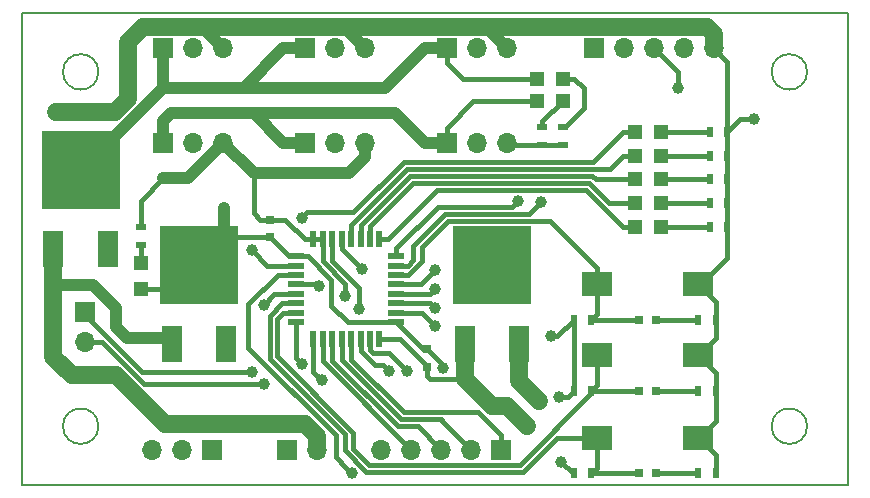
<source format=gbr>
G04 #@! TF.FileFunction,Copper,L1,Top,Signal*
%FSLAX46Y46*%
G04 Gerber Fmt 4.6, Leading zero omitted, Abs format (unit mm)*
G04 Created by KiCad (PCBNEW 4.0.7) date 04/04/19 13:25:53*
%MOMM*%
%LPD*%
G01*
G04 APERTURE LIST*
%ADD10C,0.100000*%
%ADD11C,0.150000*%
%ADD12R,0.800000X0.750000*%
%ADD13R,0.750000X0.800000*%
%ADD14R,1.200000X1.200000*%
%ADD15R,1.475000X0.600000*%
%ADD16R,0.600000X1.475000*%
%ADD17R,1.700000X1.700000*%
%ADD18O,1.700000X1.700000*%
%ADD19R,0.500000X0.900000*%
%ADD20R,2.500000X2.000000*%
%ADD21R,1.651000X3.048000*%
%ADD22R,6.700520X6.700520*%
%ADD23R,0.900000X0.500000*%
%ADD24C,1.000000*%
%ADD25C,0.400000*%
%ADD26C,1.000000*%
%ADD27C,1.500000*%
G04 APERTURE END LIST*
D10*
D11*
X-3500000Y-5000000D02*
G75*
G03X-3500000Y-5000000I-1500000J0D01*
G01*
X-3500000Y-35000000D02*
G75*
G03X-3500000Y-35000000I-1500000J0D01*
G01*
X-63500000Y-35000000D02*
G75*
G03X-63500000Y-35000000I-1500000J0D01*
G01*
X-63500000Y-5000000D02*
G75*
G03X-63500000Y-5000000I-1500000J0D01*
G01*
X-70000000Y-40000000D02*
X-70000000Y0D01*
X0Y-40000000D02*
X-70000000Y-40000000D01*
X0Y0D02*
X0Y-40000000D01*
X-70000000Y0D02*
X0Y0D01*
D12*
X-17750000Y-26000000D03*
X-16250000Y-26000000D03*
X-17750000Y-39000000D03*
X-16250000Y-39000000D03*
X-17750000Y-32000000D03*
X-16250000Y-32000000D03*
D13*
X-49000000Y-17500000D03*
X-49000000Y-19000000D03*
X-35700000Y-28450000D03*
X-35700000Y-29950000D03*
D14*
X-18100000Y-18100000D03*
X-15900000Y-18100000D03*
X-18100000Y-16100000D03*
X-15900000Y-16100000D03*
X-18100000Y-14100000D03*
X-15900000Y-14100000D03*
X-18100000Y-12100000D03*
X-15900000Y-12100000D03*
X-18100000Y-10100000D03*
X-15900000Y-10100000D03*
D15*
X-46738000Y-20600000D03*
X-46738000Y-21400000D03*
X-46738000Y-22200000D03*
X-46738000Y-23000000D03*
X-46738000Y-23800000D03*
X-46738000Y-24600000D03*
X-46738000Y-25400000D03*
X-46738000Y-26200000D03*
D16*
X-45300000Y-27638000D03*
X-44500000Y-27638000D03*
X-43700000Y-27638000D03*
X-42900000Y-27638000D03*
X-42100000Y-27638000D03*
X-41300000Y-27638000D03*
X-40500000Y-27638000D03*
X-39700000Y-27638000D03*
D15*
X-38262000Y-26200000D03*
X-38262000Y-25400000D03*
X-38262000Y-24600000D03*
X-38262000Y-23800000D03*
X-38262000Y-23000000D03*
X-38262000Y-22200000D03*
X-38262000Y-21400000D03*
X-38262000Y-20600000D03*
D16*
X-39700000Y-19162000D03*
X-40500000Y-19162000D03*
X-41300000Y-19162000D03*
X-42100000Y-19162000D03*
X-42900000Y-19162000D03*
X-43700000Y-19162000D03*
X-44500000Y-19162000D03*
X-45300000Y-19162000D03*
D17*
X-34000000Y-11000000D03*
D18*
X-31460000Y-11000000D03*
X-28920000Y-11000000D03*
D17*
X-46000000Y-11000000D03*
D18*
X-43460000Y-11000000D03*
X-40920000Y-11000000D03*
D17*
X-34000000Y-3000000D03*
D18*
X-31460000Y-3000000D03*
X-28920000Y-3000000D03*
D17*
X-58000000Y-11000000D03*
D18*
X-55460000Y-11000000D03*
X-52920000Y-11000000D03*
D17*
X-58000000Y-3000000D03*
D18*
X-55460000Y-3000000D03*
X-52920000Y-3000000D03*
D17*
X-46000000Y-3000000D03*
D18*
X-43460000Y-3000000D03*
X-40920000Y-3000000D03*
D17*
X-21540000Y-3000000D03*
D18*
X-19000000Y-3000000D03*
X-16460000Y-3000000D03*
X-13920000Y-3000000D03*
X-11380000Y-3000000D03*
D17*
X-29380000Y-37000000D03*
D18*
X-31920000Y-37000000D03*
X-34460000Y-37000000D03*
X-37000000Y-37000000D03*
X-39540000Y-37000000D03*
D17*
X-64600000Y-25360000D03*
D18*
X-64600000Y-27900000D03*
D19*
X-23250000Y-26000000D03*
X-21750000Y-26000000D03*
X-23250000Y-39000000D03*
X-21750000Y-39000000D03*
X-23250000Y-32000000D03*
X-21750000Y-32000000D03*
X-11250000Y-26000000D03*
X-12750000Y-26000000D03*
X-11250000Y-39000000D03*
X-12750000Y-39000000D03*
X-11250000Y-32000000D03*
X-12750000Y-32000000D03*
X-10250000Y-18100000D03*
X-11750000Y-18100000D03*
X-10250000Y-16100000D03*
X-11750000Y-16100000D03*
X-10250000Y-14100000D03*
X-11750000Y-14100000D03*
X-10250000Y-12100000D03*
X-11750000Y-12100000D03*
X-10250000Y-10100000D03*
X-11750000Y-10100000D03*
D20*
X-12720000Y-23000000D03*
X-21280000Y-23000000D03*
X-12720000Y-36000000D03*
X-21280000Y-36000000D03*
X-12720000Y-29000000D03*
X-21280000Y-29000000D03*
D17*
X-53920000Y-37000000D03*
D18*
X-56460000Y-37000000D03*
X-59000000Y-37000000D03*
D21*
X-67301240Y-20000000D03*
D22*
X-65000000Y-13350280D03*
D21*
X-62698760Y-20000000D03*
X-57301240Y-28000000D03*
D22*
X-55000000Y-21350280D03*
D21*
X-52698760Y-28000000D03*
X-32500000Y-28000000D03*
D22*
X-30198760Y-21350280D03*
D21*
X-27897520Y-28000000D03*
D17*
X-47540000Y-37000000D03*
D18*
X-45000000Y-37000000D03*
D14*
X-26400000Y-5600000D03*
X-24200000Y-5600000D03*
X-26400000Y-7500000D03*
X-24200000Y-7500000D03*
X-59900000Y-23400000D03*
X-59900000Y-21200000D03*
D23*
X-24200000Y-11150000D03*
X-24200000Y-9650000D03*
X-25900000Y-11200000D03*
X-25900000Y-9700000D03*
X-59900000Y-18150000D03*
X-59900000Y-19650000D03*
D24*
X-8000000Y-9000000D03*
X-67150000Y-19500000D03*
X-32150000Y-27500000D03*
X-62000000Y-26600000D03*
X-27200000Y-35000000D03*
X-42600000Y-24000000D03*
X-67100000Y-8400000D03*
X-58000000Y-14000000D03*
X-57150000Y-27500000D03*
X-62850000Y-19500000D03*
X-27897520Y-28000000D03*
X-26200000Y-32900000D03*
X-52850000Y-27500000D03*
X-62850000Y-11000000D03*
X-24500000Y-32500000D03*
X-24300000Y-38000000D03*
X-25200000Y-27400000D03*
X-34300000Y-30100000D03*
X-52850000Y-16500000D03*
X-44800000Y-23100000D03*
X-14450000Y-6400000D03*
X-49500000Y-24700000D03*
X-30198760Y-21350280D03*
X-46300000Y-17400000D03*
X-50500000Y-20100000D03*
X-42000000Y-39000000D03*
X-50500000Y-30400000D03*
X-46300000Y-29700000D03*
X-49500000Y-31400000D03*
X-44600000Y-31100000D03*
X-38900000Y-30300000D03*
X-37400000Y-30300000D03*
X-35000000Y-26500000D03*
X-35000000Y-25000000D03*
X-35000000Y-23400000D03*
X-35000000Y-21800000D03*
X-26000000Y-16000000D03*
X-28000000Y-15899990D03*
X-41200000Y-21700000D03*
X-41400000Y-25100000D03*
D25*
X-10250000Y-16100000D02*
X-10250000Y-20780000D01*
X-10250000Y-20780000D02*
X-12470000Y-23000000D01*
X-12470000Y-23000000D02*
X-12720000Y-23000000D01*
X-8000000Y-9000000D02*
X-9150000Y-9000000D01*
X-9150000Y-9000000D02*
X-10250000Y-10100000D01*
X-10250000Y-16100000D02*
X-10250000Y-18100000D01*
X-10250000Y-14100000D02*
X-10250000Y-16100000D01*
X-10250000Y-13600000D02*
X-10250000Y-14100000D01*
X-10250000Y-12100000D02*
X-10250000Y-13600000D01*
X-10250000Y-10100000D02*
X-10250000Y-4130000D01*
X-10250000Y-4130000D02*
X-11380000Y-3000000D01*
X-25900000Y-11200000D02*
X-28720000Y-11200000D01*
X-28720000Y-11200000D02*
X-28920000Y-11000000D01*
X-24200000Y-11150000D02*
X-25850000Y-11150000D01*
X-25850000Y-11150000D02*
X-25900000Y-11200000D01*
X-59900000Y-18150000D02*
X-59900000Y-15900000D01*
X-59900000Y-15900000D02*
X-58000000Y-14000000D01*
D26*
X-62000000Y-26600000D02*
X-62000000Y-24999998D01*
X-62000000Y-24999998D02*
X-63975998Y-23024000D01*
X-63975998Y-23024000D02*
X-67301240Y-23024000D01*
X-57150000Y-27500000D02*
X-61100000Y-27500000D01*
X-61100000Y-27500000D02*
X-62000000Y-26600000D01*
D25*
X-67150000Y-19500000D02*
X-67150000Y-19848760D01*
X-67150000Y-19848760D02*
X-67301240Y-20000000D01*
X-32500000Y-28000000D02*
X-32500000Y-27850000D01*
X-32500000Y-27850000D02*
X-32150000Y-27500000D01*
D27*
X-62000000Y-30700000D02*
X-65764002Y-30700000D01*
X-65764002Y-30700000D02*
X-67301240Y-29162762D01*
X-67301240Y-29162762D02*
X-67301240Y-23024000D01*
X-67301240Y-23024000D02*
X-67301240Y-20000000D01*
X-57900000Y-34800000D02*
X-62000000Y-30700000D01*
X-45997919Y-34800000D02*
X-57900000Y-34800000D01*
X-45000000Y-37000000D02*
X-45000000Y-35797919D01*
X-45000000Y-35797919D02*
X-45997919Y-34800000D01*
D25*
X-35700000Y-29950000D02*
X-35700000Y-30750000D01*
X-35700000Y-30750000D02*
X-35446359Y-31003641D01*
X-35446359Y-31003641D02*
X-32500000Y-31003641D01*
D27*
X-30180010Y-33323631D02*
X-28876369Y-33323631D01*
X-28876369Y-33323631D02*
X-27200000Y-35000000D01*
X-32500000Y-28000000D02*
X-32500000Y-31003641D01*
X-32500000Y-31003641D02*
X-30180010Y-33323631D01*
D25*
X-44500000Y-21031956D02*
X-42600000Y-22931956D01*
X-42600000Y-22931956D02*
X-42600000Y-24000000D01*
X-44500000Y-19162000D02*
X-44500000Y-21031956D01*
D27*
X-59699999Y-1199999D02*
X-56000000Y-1199999D01*
X-56000000Y-1199999D02*
X-53517920Y-1199999D01*
D26*
X-52920000Y-3000000D02*
X-54720001Y-1199999D01*
X-54720001Y-1199999D02*
X-56000000Y-1199999D01*
D27*
X-53517920Y-1199999D02*
X-43800000Y-1199999D01*
X-43800000Y-1199999D02*
X-31500000Y-1199999D01*
D26*
X-40920000Y-3000000D02*
X-42720001Y-1199999D01*
X-42720001Y-1199999D02*
X-43800000Y-1199999D01*
D27*
X-31500000Y-1199999D02*
X-11977920Y-1199999D01*
D26*
X-28920000Y-3000000D02*
X-30720001Y-1199999D01*
X-30720001Y-1199999D02*
X-31500000Y-1199999D01*
D27*
X-11977920Y-1199999D02*
X-11380000Y-1797919D01*
X-11380000Y-1797919D02*
X-11380000Y-3000000D01*
X-61000000Y-2500000D02*
X-59699999Y-1199999D01*
X-61000000Y-7299658D02*
X-61000000Y-2500000D01*
X-67100000Y-8400000D02*
X-62100342Y-8400000D01*
X-62100342Y-8400000D02*
X-61000000Y-7299658D01*
D26*
X-52920000Y-11000000D02*
X-55920000Y-14000000D01*
X-55920000Y-14000000D02*
X-58000000Y-14000000D01*
D25*
X-49000000Y-17500000D02*
X-48500000Y-17500000D01*
X-45300000Y-19162000D02*
X-46000000Y-19162000D01*
X-46000000Y-19162000D02*
X-47662000Y-17500000D01*
X-47662000Y-17500000D02*
X-48500000Y-17500000D01*
D26*
X-11380000Y-3000000D02*
X-11625998Y-3000000D01*
D25*
X-49000000Y-17500000D02*
X-49775000Y-17500000D01*
X-49775000Y-17500000D02*
X-50320000Y-16955000D01*
X-50320000Y-16955000D02*
X-50320000Y-13600000D01*
X-32500000Y-28698500D02*
X-32500000Y-28000000D01*
X-39700000Y-27638000D02*
X-37987000Y-27638000D01*
X-37987000Y-27638000D02*
X-35700000Y-29925000D01*
X-35700000Y-29925000D02*
X-35700000Y-29950000D01*
D26*
X-42317919Y-13600000D02*
X-50320000Y-13600000D01*
X-50320000Y-13600000D02*
X-52920000Y-11000000D01*
X-40920000Y-11000000D02*
X-40920000Y-12202081D01*
X-40920000Y-12202081D02*
X-42317919Y-13600000D01*
D25*
X-44500000Y-19162000D02*
X-45300000Y-19162000D01*
X-11250000Y-32000000D02*
X-11250000Y-34530000D01*
X-11250000Y-34530000D02*
X-12720000Y-36000000D01*
X-11250000Y-26000000D02*
X-11250000Y-27530000D01*
X-11250000Y-27530000D02*
X-12720000Y-29000000D01*
X-10250000Y-10100000D02*
X-10250000Y-12100000D01*
X-11250000Y-26000000D02*
X-11250000Y-24470000D01*
X-11250000Y-24470000D02*
X-12720000Y-23000000D01*
X-11250000Y-39000000D02*
X-11250000Y-37470000D01*
X-11250000Y-37470000D02*
X-12720000Y-36000000D01*
X-11250000Y-32000000D02*
X-11250000Y-30470000D01*
X-11250000Y-30470000D02*
X-12720000Y-29000000D01*
D27*
X-57301240Y-28000000D02*
X-57301240Y-28698500D01*
D26*
X-57150000Y-27500000D02*
X-57150000Y-27848760D01*
X-57150000Y-27848760D02*
X-57301240Y-28000000D01*
D25*
X-62698760Y-20000000D02*
X-62698760Y-19651240D01*
X-62698760Y-19651240D02*
X-62850000Y-19500000D01*
D27*
X-27897520Y-28000000D02*
X-27897520Y-31202480D01*
X-27897520Y-31202480D02*
X-26200000Y-32900000D01*
D26*
X-52698760Y-28000000D02*
X-52698760Y-27651240D01*
X-52698760Y-27651240D02*
X-52850000Y-27500000D01*
D25*
X-21280000Y-23000000D02*
X-21280000Y-21600000D01*
X-21280000Y-21600000D02*
X-25279981Y-17600019D01*
X-25279981Y-17600019D02*
X-33869021Y-17600019D01*
X-33869021Y-17600019D02*
X-36100000Y-19830998D01*
X-36100000Y-19830998D02*
X-36100000Y-21044044D01*
X-36100000Y-21044044D02*
X-37255956Y-22200000D01*
X-37255956Y-22200000D02*
X-38262000Y-22200000D01*
X-21280000Y-23000000D02*
X-21280000Y-25530000D01*
X-21280000Y-25530000D02*
X-21750000Y-26000000D01*
X-21750000Y-26000000D02*
X-17750000Y-26000000D01*
X-16250000Y-26000000D02*
X-12750000Y-26000000D01*
X-24701458Y-36000000D02*
X-21280000Y-36000000D01*
X-27551469Y-38850011D02*
X-24701458Y-36000000D01*
X-40817988Y-38850010D02*
X-27551469Y-38850011D01*
X-21280000Y-36000000D02*
X-21280000Y-38530000D01*
X-21280000Y-38530000D02*
X-21750000Y-39000000D01*
X-21750000Y-39000000D02*
X-17750000Y-39000000D01*
X-42623019Y-37044979D02*
X-40817988Y-38850010D01*
X-42623019Y-35700000D02*
X-42623019Y-37044979D01*
X-49000009Y-29323010D02*
X-42623019Y-35700000D01*
X-46738000Y-24600000D02*
X-47924042Y-24600000D01*
X-47924042Y-24600000D02*
X-49000009Y-25675967D01*
X-49000009Y-25675967D02*
X-49000009Y-29323010D01*
X-12750000Y-39000000D02*
X-16250000Y-39000000D01*
X-46738000Y-25400000D02*
X-47875501Y-25400001D01*
X-47875501Y-25400001D02*
X-48400000Y-25924500D01*
X-48400000Y-29074477D02*
X-41900000Y-35574477D01*
X-48400000Y-25924500D02*
X-48400000Y-29074477D01*
X-41900000Y-36900000D02*
X-40549999Y-38250001D01*
X-41900000Y-35574477D02*
X-41900000Y-36900000D01*
X-40549999Y-38250001D02*
X-27800001Y-38250001D01*
X-27800001Y-38250001D02*
X-21750000Y-32200000D01*
X-21750000Y-32200000D02*
X-21750000Y-32000000D01*
X-21750000Y-32000000D02*
X-17750000Y-32000000D01*
X-21280000Y-29000000D02*
X-21280000Y-31530000D01*
X-21280000Y-31530000D02*
X-21750000Y-32000000D01*
X-16250000Y-32000000D02*
X-12750000Y-32000000D01*
X-26400000Y-5600000D02*
X-32650000Y-5600000D01*
X-32650000Y-5600000D02*
X-34000000Y-4250000D01*
X-34000000Y-4250000D02*
X-34000000Y-3000000D01*
D26*
X-51200280Y-6350280D02*
X-39200280Y-6350280D01*
X-39200280Y-6350280D02*
X-35850000Y-3000000D01*
X-35850000Y-3000000D02*
X-34000000Y-3000000D01*
X-58000000Y-6350280D02*
X-51200280Y-6350280D01*
X-51200280Y-6350280D02*
X-47850000Y-3000000D01*
X-47850000Y-3000000D02*
X-46000000Y-3000000D01*
X-58000000Y-3000000D02*
X-58000000Y-6350280D01*
X-58000000Y-6350280D02*
X-65000000Y-13350280D01*
X-62850000Y-11000000D02*
X-62850000Y-11200280D01*
X-62850000Y-11200280D02*
X-65000000Y-13350280D01*
D25*
X-59900000Y-23400000D02*
X-57049720Y-23400000D01*
X-57049720Y-23400000D02*
X-55000000Y-21350280D01*
X-24500000Y-32500000D02*
X-23750000Y-32500000D01*
X-23750000Y-32500000D02*
X-23250000Y-32000000D01*
X-23250000Y-39000000D02*
X-23300000Y-39000000D01*
X-23300000Y-39000000D02*
X-24300000Y-38000000D01*
X-23250000Y-32000000D02*
X-23250000Y-26000000D01*
X-25200000Y-27400000D02*
X-24650000Y-27400000D01*
X-24650000Y-27400000D02*
X-23250000Y-26000000D01*
X-35700000Y-28450000D02*
X-34300000Y-29850000D01*
X-34300000Y-29850000D02*
X-34300000Y-30100000D01*
X-38262000Y-26200000D02*
X-42400000Y-26200000D01*
X-42400000Y-26200000D02*
X-43800000Y-24800000D01*
X-43800000Y-24800000D02*
X-43800000Y-22580498D01*
X-43800000Y-22580498D02*
X-45780498Y-20600000D01*
X-45780498Y-20600000D02*
X-46738000Y-20600000D01*
X-49000000Y-19000000D02*
X-52649720Y-19000000D01*
X-52649720Y-19000000D02*
X-55000000Y-21350280D01*
X-46738000Y-20600000D02*
X-47400000Y-20600000D01*
X-47400000Y-20600000D02*
X-49000000Y-19000000D01*
X-35700000Y-28450000D02*
X-36012000Y-28450000D01*
X-36012000Y-28450000D02*
X-38262000Y-26200000D01*
D26*
X-52850000Y-16500000D02*
X-52850000Y-19200280D01*
X-52850000Y-19200280D02*
X-55000000Y-21350280D01*
D25*
X-46738000Y-23000000D02*
X-44900000Y-23000000D01*
X-44900000Y-23000000D02*
X-44800000Y-23100000D01*
X-16460000Y-3000000D02*
X-14450000Y-5010000D01*
X-14450000Y-5010000D02*
X-14450000Y-6400000D01*
X-46738000Y-23800000D02*
X-48600000Y-23800000D01*
X-48600000Y-23800000D02*
X-49500000Y-24700000D01*
X-26400000Y-7500000D02*
X-31750000Y-7500000D01*
X-31750000Y-7500000D02*
X-34000000Y-9750000D01*
X-34000000Y-9750000D02*
X-34000000Y-11000000D01*
D26*
X-50350000Y-8500000D02*
X-38350000Y-8500000D01*
X-38350000Y-8500000D02*
X-35850000Y-11000000D01*
X-35850000Y-11000000D02*
X-34000000Y-11000000D01*
X-57350000Y-8500000D02*
X-50350000Y-8500000D01*
X-50350000Y-8500000D02*
X-47850000Y-11000000D01*
X-47850000Y-11000000D02*
X-46000000Y-11000000D01*
X-58000000Y-11000000D02*
X-58000000Y-9150000D01*
X-58000000Y-9150000D02*
X-57350000Y-8500000D01*
X-29550000Y-21350280D02*
X-30198760Y-21350280D01*
D25*
X-24500000Y-14999989D02*
X-34837989Y-14999989D01*
X-18100000Y-18100000D02*
X-19100000Y-18100000D01*
X-22200011Y-14999989D02*
X-24500000Y-14999989D01*
X-19100000Y-18100000D02*
X-22200011Y-14999989D01*
X-34837989Y-14999989D02*
X-39000000Y-19162000D01*
X-39000000Y-19162000D02*
X-39700000Y-19162000D01*
X-11750000Y-18100000D02*
X-15900000Y-18100000D01*
X-18100000Y-16100000D02*
X-20251458Y-16100000D01*
X-20251458Y-16100000D02*
X-21951478Y-14399980D01*
X-21951478Y-14399980D02*
X-36875480Y-14399980D01*
X-36875480Y-14399980D02*
X-40500000Y-18024500D01*
X-40500000Y-18024500D02*
X-40500000Y-19162000D01*
X-15900000Y-16100000D02*
X-14900000Y-16100000D01*
X-14900000Y-16100000D02*
X-11750000Y-16100000D01*
X-18100000Y-14100000D02*
X-21402916Y-14100000D01*
X-21702946Y-13799970D02*
X-37124012Y-13799970D01*
X-21402916Y-14100000D02*
X-21702946Y-13799970D01*
X-41300000Y-19162000D02*
X-41300000Y-17975958D01*
X-41300000Y-17975958D02*
X-37124012Y-13799970D01*
X-11750000Y-14100000D02*
X-12400000Y-14100000D01*
X-12400000Y-14100000D02*
X-15900000Y-14100000D01*
X-18100000Y-12100000D02*
X-19100000Y-12100000D01*
X-19100000Y-12100000D02*
X-20199960Y-13199960D01*
X-20199960Y-13199960D02*
X-37372544Y-13199960D01*
X-37372544Y-13199960D02*
X-42100000Y-17927416D01*
X-42100000Y-17927416D02*
X-42100000Y-19162000D01*
X-15900000Y-12100000D02*
X-11750000Y-12100000D01*
X-18100000Y-10100000D02*
X-19100000Y-10100000D01*
X-21599951Y-12599951D02*
X-37621077Y-12599951D01*
X-41921127Y-16900001D02*
X-45800001Y-16900001D01*
X-19100000Y-10100000D02*
X-21599951Y-12599951D01*
X-37621077Y-12599951D02*
X-41921127Y-16900001D01*
X-45800001Y-16900001D02*
X-46300000Y-17400000D01*
X-46738000Y-21400000D02*
X-49200000Y-21400000D01*
X-49200000Y-21400000D02*
X-50500000Y-20100000D01*
X-11750000Y-10100000D02*
X-15900000Y-10100000D01*
X-46738000Y-22200000D02*
X-48332002Y-22200000D01*
X-48332002Y-22200000D02*
X-50800000Y-24667998D01*
X-50800000Y-24667998D02*
X-50800000Y-28371561D01*
X-42499999Y-38500001D02*
X-42000000Y-39000000D01*
X-50800000Y-28371561D02*
X-43400000Y-35771561D01*
X-43400000Y-35771561D02*
X-43400000Y-37600000D01*
X-43400000Y-37600000D02*
X-42499999Y-38500001D01*
X-50500000Y-30400000D02*
X-59825100Y-30400000D01*
X-59825100Y-30400000D02*
X-64600000Y-25625100D01*
X-64600000Y-25625100D02*
X-64600000Y-25360000D01*
X-46738000Y-26200000D02*
X-46738000Y-29262000D01*
X-46738000Y-29262000D02*
X-46300000Y-29700000D01*
X-49500000Y-31400000D02*
X-59673642Y-31400000D01*
X-63397919Y-27900000D02*
X-64600000Y-27900000D01*
X-59673642Y-31400000D02*
X-63173642Y-27900000D01*
X-63173642Y-27900000D02*
X-63397919Y-27900000D01*
X-45300000Y-27638000D02*
X-45300000Y-30400000D01*
X-45300000Y-30400000D02*
X-44600000Y-31100000D01*
X-44500000Y-27638000D02*
X-44500000Y-29500000D01*
X-44500000Y-29500000D02*
X-37000000Y-37000000D01*
X-34460000Y-37000000D02*
X-36460000Y-35000000D01*
X-43700000Y-29451458D02*
X-38151458Y-35000000D01*
X-38151458Y-35000000D02*
X-36460000Y-35000000D01*
X-43700000Y-27638000D02*
X-43700000Y-29451458D01*
X-31920000Y-37000000D02*
X-34300000Y-34620000D01*
X-42900000Y-29402916D02*
X-37902926Y-34399990D01*
X-37902926Y-34399990D02*
X-34520010Y-34399990D01*
X-34520010Y-34399990D02*
X-34300000Y-34620000D01*
X-42900000Y-27638000D02*
X-42900000Y-29402916D01*
X-42100000Y-27638000D02*
X-42100000Y-29354374D01*
X-42100000Y-29354374D02*
X-37654394Y-33799980D01*
X-31330020Y-33799980D02*
X-29380000Y-35750000D01*
X-37654394Y-33799980D02*
X-31330020Y-33799980D01*
X-29380000Y-35750000D02*
X-29380000Y-37000000D01*
X-41300000Y-28600000D02*
X-40099999Y-29800001D01*
X-40099999Y-29800001D02*
X-39399999Y-29800001D01*
X-39399999Y-29800001D02*
X-38900000Y-30300000D01*
X-41300000Y-27638000D02*
X-41300000Y-28600000D01*
X-37400000Y-30300000D02*
X-38924499Y-28775501D01*
X-38924499Y-28775501D02*
X-40275957Y-28775501D01*
X-40500000Y-28551458D02*
X-40500000Y-27638000D01*
X-40275957Y-28775501D02*
X-40500000Y-28551458D01*
X-38262000Y-25400000D02*
X-36100000Y-25400000D01*
X-36100000Y-25400000D02*
X-35000000Y-26500000D01*
X-38262000Y-24600000D02*
X-35400000Y-24600000D01*
X-35400000Y-24600000D02*
X-35000000Y-25000000D01*
X-38262000Y-23800000D02*
X-35400000Y-23800000D01*
X-35400000Y-23800000D02*
X-35000000Y-23400000D01*
X-38262000Y-23000000D02*
X-36200000Y-23000000D01*
X-36200000Y-23000000D02*
X-35000000Y-21800000D01*
X-26000000Y-16000000D02*
X-27000009Y-17000009D01*
X-27000009Y-17000009D02*
X-34117553Y-17000009D01*
X-36850000Y-19732456D02*
X-36850000Y-20945502D01*
X-34117553Y-17000009D02*
X-36850000Y-19732456D01*
X-36850000Y-20945502D02*
X-37304498Y-21400000D01*
X-37304498Y-21400000D02*
X-38262000Y-21400000D01*
X-28000000Y-15899990D02*
X-28499999Y-16399989D01*
X-29499999Y-16399999D02*
X-34761999Y-16399999D01*
X-28499999Y-16399989D02*
X-29499989Y-16399989D01*
X-29499989Y-16399989D02*
X-29499999Y-16399999D01*
X-34761999Y-16399999D02*
X-38262000Y-19900000D01*
X-38262000Y-19900000D02*
X-38262000Y-20600000D01*
X-42900000Y-19162000D02*
X-42900000Y-20000000D01*
X-42900000Y-20000000D02*
X-41200000Y-21700000D01*
X-43700000Y-20983414D02*
X-41400000Y-23283414D01*
X-41400000Y-23283414D02*
X-41400000Y-25100000D01*
X-43700000Y-19162000D02*
X-43700000Y-20983414D01*
X-22400000Y-8050000D02*
X-22400000Y-6400000D01*
X-22400000Y-6400000D02*
X-23200000Y-5600000D01*
X-24000000Y-9650000D02*
X-22400000Y-8050000D01*
X-24200000Y-9650000D02*
X-24000000Y-9650000D01*
X-23200000Y-5600000D02*
X-24200000Y-5600000D01*
X-25900000Y-9700000D02*
X-25900000Y-9200000D01*
X-25900000Y-9200000D02*
X-24200000Y-7500000D01*
X-59900000Y-21200000D02*
X-59900000Y-19650000D01*
M02*

</source>
